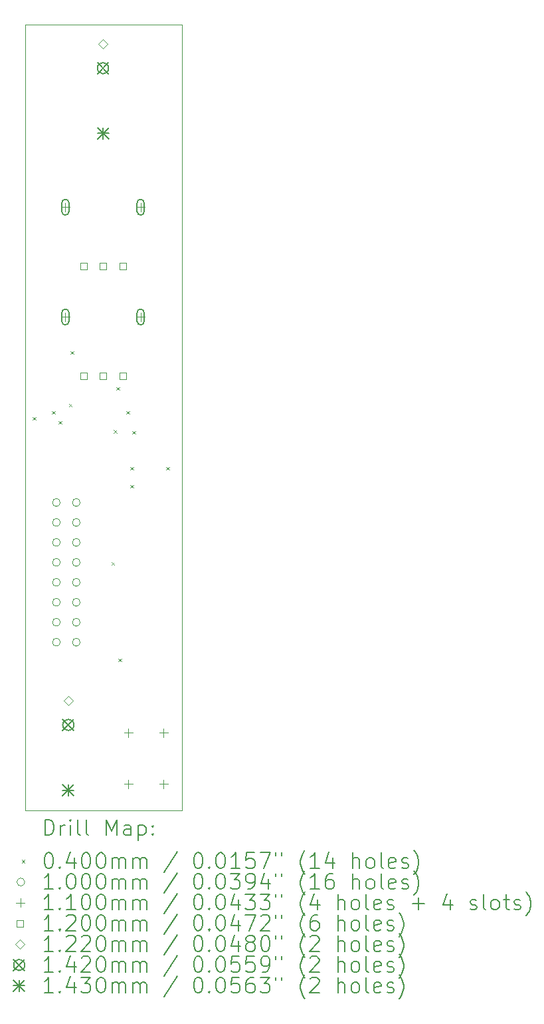
<source format=gbr>
%FSLAX45Y45*%
G04 Gerber Fmt 4.5, Leading zero omitted, Abs format (unit mm)*
G04 Created by KiCad (PCBNEW (6.0.0-0)) date 2022-12-13 23:32:24*
%MOMM*%
%LPD*%
G01*
G04 APERTURE LIST*
%TA.AperFunction,Profile*%
%ADD10C,0.100000*%
%TD*%
%ADD11C,0.200000*%
%ADD12C,0.040000*%
%ADD13C,0.100000*%
%ADD14C,0.110000*%
%ADD15C,0.120000*%
%ADD16C,0.122000*%
%ADD17C,0.142000*%
%ADD18C,0.143000*%
G04 APERTURE END LIST*
D10*
X4809200Y-14741200D02*
X6809200Y-14741200D01*
X6809200Y-4741200D02*
X4809200Y-4741200D01*
X6809200Y-12591200D02*
X6809200Y-6141200D01*
X6809200Y-12591200D02*
X6809200Y-14741200D01*
X6809200Y-6141200D02*
X6809200Y-4741200D01*
X4809200Y-4741200D02*
X4809200Y-14741200D01*
D11*
D12*
X4907600Y-9733600D02*
X4947600Y-9773600D01*
X4947600Y-9733600D02*
X4907600Y-9773600D01*
X5148000Y-9656000D02*
X5188000Y-9696000D01*
X5188000Y-9656000D02*
X5148000Y-9696000D01*
X5237800Y-9784400D02*
X5277800Y-9824400D01*
X5277800Y-9784400D02*
X5237800Y-9824400D01*
X5367000Y-9564000D02*
X5407000Y-9604000D01*
X5407000Y-9564000D02*
X5367000Y-9604000D01*
X5390200Y-8895400D02*
X5430200Y-8935400D01*
X5430200Y-8895400D02*
X5390200Y-8935400D01*
X5908000Y-11579000D02*
X5948000Y-11619000D01*
X5948000Y-11579000D02*
X5908000Y-11619000D01*
X5935870Y-9899130D02*
X5975870Y-9939130D01*
X5975870Y-9899130D02*
X5935870Y-9939130D01*
X5974400Y-9352600D02*
X6014400Y-9392600D01*
X6014400Y-9352600D02*
X5974400Y-9392600D01*
X5999800Y-12807000D02*
X6039800Y-12847000D01*
X6039800Y-12807000D02*
X5999800Y-12847000D01*
X6101400Y-9657400D02*
X6141400Y-9697400D01*
X6141400Y-9657400D02*
X6101400Y-9697400D01*
X6152200Y-10368600D02*
X6192200Y-10408600D01*
X6192200Y-10368600D02*
X6152200Y-10408600D01*
X6152200Y-10597200D02*
X6192200Y-10637200D01*
X6192200Y-10597200D02*
X6152200Y-10637200D01*
X6177600Y-9911400D02*
X6217600Y-9951400D01*
X6217600Y-9911400D02*
X6177600Y-9951400D01*
X6609400Y-10368600D02*
X6649400Y-10408600D01*
X6649400Y-10368600D02*
X6609400Y-10408600D01*
D13*
X5257000Y-10821600D02*
G75*
G03*
X5257000Y-10821600I-50000J0D01*
G01*
X5257000Y-11074400D02*
G75*
G03*
X5257000Y-11074400I-50000J0D01*
G01*
X5257000Y-11328400D02*
G75*
G03*
X5257000Y-11328400I-50000J0D01*
G01*
X5257000Y-11582400D02*
G75*
G03*
X5257000Y-11582400I-50000J0D01*
G01*
X5257000Y-11836400D02*
G75*
G03*
X5257000Y-11836400I-50000J0D01*
G01*
X5257000Y-12090400D02*
G75*
G03*
X5257000Y-12090400I-50000J0D01*
G01*
X5257000Y-12344400D02*
G75*
G03*
X5257000Y-12344400I-50000J0D01*
G01*
X5257000Y-12598400D02*
G75*
G03*
X5257000Y-12598400I-50000J0D01*
G01*
X5511000Y-10821600D02*
G75*
G03*
X5511000Y-10821600I-50000J0D01*
G01*
X5511000Y-11075600D02*
G75*
G03*
X5511000Y-11075600I-50000J0D01*
G01*
X5511000Y-11329600D02*
G75*
G03*
X5511000Y-11329600I-50000J0D01*
G01*
X5511000Y-11583600D02*
G75*
G03*
X5511000Y-11583600I-50000J0D01*
G01*
X5511000Y-11837600D02*
G75*
G03*
X5511000Y-11837600I-50000J0D01*
G01*
X5511000Y-12091600D02*
G75*
G03*
X5511000Y-12091600I-50000J0D01*
G01*
X5511000Y-12345600D02*
G75*
G03*
X5511000Y-12345600I-50000J0D01*
G01*
X5511000Y-12599600D02*
G75*
G03*
X5511000Y-12599600I-50000J0D01*
G01*
D14*
X5321700Y-7008700D02*
X5321700Y-7118700D01*
X5266700Y-7063700D02*
X5376700Y-7063700D01*
D11*
X5366700Y-7118700D02*
X5366700Y-7008700D01*
X5276700Y-7118700D02*
X5276700Y-7008700D01*
X5366700Y-7008700D02*
G75*
G03*
X5276700Y-7008700I-45000J0D01*
G01*
X5276700Y-7118700D02*
G75*
G03*
X5366700Y-7118700I45000J0D01*
G01*
D14*
X5321700Y-8405700D02*
X5321700Y-8515700D01*
X5266700Y-8460700D02*
X5376700Y-8460700D01*
D11*
X5366700Y-8515700D02*
X5366700Y-8405700D01*
X5276700Y-8515700D02*
X5276700Y-8405700D01*
X5366700Y-8405700D02*
G75*
G03*
X5276700Y-8405700I-45000J0D01*
G01*
X5276700Y-8515700D02*
G75*
G03*
X5366700Y-8515700I45000J0D01*
G01*
D14*
X6125000Y-13696800D02*
X6125000Y-13806800D01*
X6070000Y-13751800D02*
X6180000Y-13751800D01*
X6125000Y-14346800D02*
X6125000Y-14456800D01*
X6070000Y-14401800D02*
X6180000Y-14401800D01*
X6281700Y-7008700D02*
X6281700Y-7118700D01*
X6226700Y-7063700D02*
X6336700Y-7063700D01*
D11*
X6236700Y-7008700D02*
X6236700Y-7118700D01*
X6326700Y-7008700D02*
X6326700Y-7118700D01*
X6236700Y-7118700D02*
G75*
G03*
X6326700Y-7118700I45000J0D01*
G01*
X6326700Y-7008700D02*
G75*
G03*
X6236700Y-7008700I-45000J0D01*
G01*
D14*
X6281700Y-8405700D02*
X6281700Y-8515700D01*
X6226700Y-8460700D02*
X6336700Y-8460700D01*
D11*
X6236700Y-8405700D02*
X6236700Y-8515700D01*
X6326700Y-8405700D02*
X6326700Y-8515700D01*
X6236700Y-8515700D02*
G75*
G03*
X6326700Y-8515700I45000J0D01*
G01*
X6326700Y-8405700D02*
G75*
G03*
X6236700Y-8405700I-45000J0D01*
G01*
D14*
X6575000Y-13696800D02*
X6575000Y-13806800D01*
X6520000Y-13751800D02*
X6630000Y-13751800D01*
X6575000Y-14346800D02*
X6575000Y-14456800D01*
X6520000Y-14401800D02*
X6630000Y-14401800D01*
D15*
X5594127Y-7856127D02*
X5594127Y-7771273D01*
X5509273Y-7771273D01*
X5509273Y-7856127D01*
X5594127Y-7856127D01*
X5594127Y-9253127D02*
X5594127Y-9168273D01*
X5509273Y-9168273D01*
X5509273Y-9253127D01*
X5594127Y-9253127D01*
X5844127Y-7856127D02*
X5844127Y-7771273D01*
X5759273Y-7771273D01*
X5759273Y-7856127D01*
X5844127Y-7856127D01*
X5844127Y-9253127D02*
X5844127Y-9168273D01*
X5759273Y-9168273D01*
X5759273Y-9253127D01*
X5844127Y-9253127D01*
X6094127Y-7856127D02*
X6094127Y-7771273D01*
X6009273Y-7771273D01*
X6009273Y-7856127D01*
X6094127Y-7856127D01*
X6094127Y-9253127D02*
X6094127Y-9168273D01*
X6009273Y-9168273D01*
X6009273Y-9253127D01*
X6094127Y-9253127D01*
D16*
X5359400Y-13402200D02*
X5420400Y-13341200D01*
X5359400Y-13280200D01*
X5298400Y-13341200D01*
X5359400Y-13402200D01*
X5801700Y-5044800D02*
X5862700Y-4983800D01*
X5801700Y-4922800D01*
X5740700Y-4983800D01*
X5801700Y-5044800D01*
D17*
X5288400Y-13580200D02*
X5430400Y-13722200D01*
X5430400Y-13580200D02*
X5288400Y-13722200D01*
X5430400Y-13651200D02*
G75*
G03*
X5430400Y-13651200I-71000J0D01*
G01*
X5730700Y-5222800D02*
X5872700Y-5364800D01*
X5872700Y-5222800D02*
X5730700Y-5364800D01*
X5872700Y-5293800D02*
G75*
G03*
X5872700Y-5293800I-71000J0D01*
G01*
D18*
X5287900Y-14409700D02*
X5430900Y-14552700D01*
X5430900Y-14409700D02*
X5287900Y-14552700D01*
X5359400Y-14409700D02*
X5359400Y-14552700D01*
X5287900Y-14481200D02*
X5430900Y-14481200D01*
X5730200Y-6052300D02*
X5873200Y-6195300D01*
X5873200Y-6052300D02*
X5730200Y-6195300D01*
X5801700Y-6052300D02*
X5801700Y-6195300D01*
X5730200Y-6123800D02*
X5873200Y-6123800D01*
D11*
X5061819Y-15056676D02*
X5061819Y-14856676D01*
X5109438Y-14856676D01*
X5138010Y-14866200D01*
X5157057Y-14885248D01*
X5166581Y-14904295D01*
X5176105Y-14942390D01*
X5176105Y-14970962D01*
X5166581Y-15009057D01*
X5157057Y-15028105D01*
X5138010Y-15047152D01*
X5109438Y-15056676D01*
X5061819Y-15056676D01*
X5261819Y-15056676D02*
X5261819Y-14923343D01*
X5261819Y-14961438D02*
X5271343Y-14942390D01*
X5280867Y-14932867D01*
X5299914Y-14923343D01*
X5318962Y-14923343D01*
X5385629Y-15056676D02*
X5385629Y-14923343D01*
X5385629Y-14856676D02*
X5376105Y-14866200D01*
X5385629Y-14875724D01*
X5395152Y-14866200D01*
X5385629Y-14856676D01*
X5385629Y-14875724D01*
X5509438Y-15056676D02*
X5490390Y-15047152D01*
X5480867Y-15028105D01*
X5480867Y-14856676D01*
X5614200Y-15056676D02*
X5595152Y-15047152D01*
X5585629Y-15028105D01*
X5585629Y-14856676D01*
X5842771Y-15056676D02*
X5842771Y-14856676D01*
X5909438Y-14999533D01*
X5976105Y-14856676D01*
X5976105Y-15056676D01*
X6157057Y-15056676D02*
X6157057Y-14951914D01*
X6147533Y-14932867D01*
X6128486Y-14923343D01*
X6090390Y-14923343D01*
X6071343Y-14932867D01*
X6157057Y-15047152D02*
X6138009Y-15056676D01*
X6090390Y-15056676D01*
X6071343Y-15047152D01*
X6061819Y-15028105D01*
X6061819Y-15009057D01*
X6071343Y-14990009D01*
X6090390Y-14980486D01*
X6138009Y-14980486D01*
X6157057Y-14970962D01*
X6252295Y-14923343D02*
X6252295Y-15123343D01*
X6252295Y-14932867D02*
X6271343Y-14923343D01*
X6309438Y-14923343D01*
X6328486Y-14932867D01*
X6338009Y-14942390D01*
X6347533Y-14961438D01*
X6347533Y-15018581D01*
X6338009Y-15037628D01*
X6328486Y-15047152D01*
X6309438Y-15056676D01*
X6271343Y-15056676D01*
X6252295Y-15047152D01*
X6433248Y-15037628D02*
X6442771Y-15047152D01*
X6433248Y-15056676D01*
X6423724Y-15047152D01*
X6433248Y-15037628D01*
X6433248Y-15056676D01*
X6433248Y-14932867D02*
X6442771Y-14942390D01*
X6433248Y-14951914D01*
X6423724Y-14942390D01*
X6433248Y-14932867D01*
X6433248Y-14951914D01*
D12*
X4764200Y-15366200D02*
X4804200Y-15406200D01*
X4804200Y-15366200D02*
X4764200Y-15406200D01*
D11*
X5099914Y-15276676D02*
X5118962Y-15276676D01*
X5138010Y-15286200D01*
X5147533Y-15295724D01*
X5157057Y-15314771D01*
X5166581Y-15352867D01*
X5166581Y-15400486D01*
X5157057Y-15438581D01*
X5147533Y-15457628D01*
X5138010Y-15467152D01*
X5118962Y-15476676D01*
X5099914Y-15476676D01*
X5080867Y-15467152D01*
X5071343Y-15457628D01*
X5061819Y-15438581D01*
X5052295Y-15400486D01*
X5052295Y-15352867D01*
X5061819Y-15314771D01*
X5071343Y-15295724D01*
X5080867Y-15286200D01*
X5099914Y-15276676D01*
X5252295Y-15457628D02*
X5261819Y-15467152D01*
X5252295Y-15476676D01*
X5242771Y-15467152D01*
X5252295Y-15457628D01*
X5252295Y-15476676D01*
X5433248Y-15343343D02*
X5433248Y-15476676D01*
X5385629Y-15267152D02*
X5338010Y-15410009D01*
X5461819Y-15410009D01*
X5576105Y-15276676D02*
X5595152Y-15276676D01*
X5614200Y-15286200D01*
X5623724Y-15295724D01*
X5633248Y-15314771D01*
X5642771Y-15352867D01*
X5642771Y-15400486D01*
X5633248Y-15438581D01*
X5623724Y-15457628D01*
X5614200Y-15467152D01*
X5595152Y-15476676D01*
X5576105Y-15476676D01*
X5557057Y-15467152D01*
X5547533Y-15457628D01*
X5538010Y-15438581D01*
X5528486Y-15400486D01*
X5528486Y-15352867D01*
X5538010Y-15314771D01*
X5547533Y-15295724D01*
X5557057Y-15286200D01*
X5576105Y-15276676D01*
X5766581Y-15276676D02*
X5785628Y-15276676D01*
X5804676Y-15286200D01*
X5814200Y-15295724D01*
X5823724Y-15314771D01*
X5833248Y-15352867D01*
X5833248Y-15400486D01*
X5823724Y-15438581D01*
X5814200Y-15457628D01*
X5804676Y-15467152D01*
X5785628Y-15476676D01*
X5766581Y-15476676D01*
X5747533Y-15467152D01*
X5738009Y-15457628D01*
X5728486Y-15438581D01*
X5718962Y-15400486D01*
X5718962Y-15352867D01*
X5728486Y-15314771D01*
X5738009Y-15295724D01*
X5747533Y-15286200D01*
X5766581Y-15276676D01*
X5918962Y-15476676D02*
X5918962Y-15343343D01*
X5918962Y-15362390D02*
X5928486Y-15352867D01*
X5947533Y-15343343D01*
X5976105Y-15343343D01*
X5995152Y-15352867D01*
X6004676Y-15371914D01*
X6004676Y-15476676D01*
X6004676Y-15371914D02*
X6014200Y-15352867D01*
X6033248Y-15343343D01*
X6061819Y-15343343D01*
X6080867Y-15352867D01*
X6090390Y-15371914D01*
X6090390Y-15476676D01*
X6185628Y-15476676D02*
X6185628Y-15343343D01*
X6185628Y-15362390D02*
X6195152Y-15352867D01*
X6214200Y-15343343D01*
X6242771Y-15343343D01*
X6261819Y-15352867D01*
X6271343Y-15371914D01*
X6271343Y-15476676D01*
X6271343Y-15371914D02*
X6280867Y-15352867D01*
X6299914Y-15343343D01*
X6328486Y-15343343D01*
X6347533Y-15352867D01*
X6357057Y-15371914D01*
X6357057Y-15476676D01*
X6747533Y-15267152D02*
X6576105Y-15524295D01*
X7004676Y-15276676D02*
X7023724Y-15276676D01*
X7042771Y-15286200D01*
X7052295Y-15295724D01*
X7061819Y-15314771D01*
X7071343Y-15352867D01*
X7071343Y-15400486D01*
X7061819Y-15438581D01*
X7052295Y-15457628D01*
X7042771Y-15467152D01*
X7023724Y-15476676D01*
X7004676Y-15476676D01*
X6985628Y-15467152D01*
X6976105Y-15457628D01*
X6966581Y-15438581D01*
X6957057Y-15400486D01*
X6957057Y-15352867D01*
X6966581Y-15314771D01*
X6976105Y-15295724D01*
X6985628Y-15286200D01*
X7004676Y-15276676D01*
X7157057Y-15457628D02*
X7166581Y-15467152D01*
X7157057Y-15476676D01*
X7147533Y-15467152D01*
X7157057Y-15457628D01*
X7157057Y-15476676D01*
X7290390Y-15276676D02*
X7309438Y-15276676D01*
X7328486Y-15286200D01*
X7338009Y-15295724D01*
X7347533Y-15314771D01*
X7357057Y-15352867D01*
X7357057Y-15400486D01*
X7347533Y-15438581D01*
X7338009Y-15457628D01*
X7328486Y-15467152D01*
X7309438Y-15476676D01*
X7290390Y-15476676D01*
X7271343Y-15467152D01*
X7261819Y-15457628D01*
X7252295Y-15438581D01*
X7242771Y-15400486D01*
X7242771Y-15352867D01*
X7252295Y-15314771D01*
X7261819Y-15295724D01*
X7271343Y-15286200D01*
X7290390Y-15276676D01*
X7547533Y-15476676D02*
X7433248Y-15476676D01*
X7490390Y-15476676D02*
X7490390Y-15276676D01*
X7471343Y-15305248D01*
X7452295Y-15324295D01*
X7433248Y-15333819D01*
X7728486Y-15276676D02*
X7633248Y-15276676D01*
X7623724Y-15371914D01*
X7633248Y-15362390D01*
X7652295Y-15352867D01*
X7699914Y-15352867D01*
X7718962Y-15362390D01*
X7728486Y-15371914D01*
X7738009Y-15390962D01*
X7738009Y-15438581D01*
X7728486Y-15457628D01*
X7718962Y-15467152D01*
X7699914Y-15476676D01*
X7652295Y-15476676D01*
X7633248Y-15467152D01*
X7623724Y-15457628D01*
X7804676Y-15276676D02*
X7938009Y-15276676D01*
X7852295Y-15476676D01*
X8004676Y-15276676D02*
X8004676Y-15314771D01*
X8080867Y-15276676D02*
X8080867Y-15314771D01*
X8376105Y-15552867D02*
X8366581Y-15543343D01*
X8347533Y-15514771D01*
X8338009Y-15495724D01*
X8328486Y-15467152D01*
X8318962Y-15419533D01*
X8318962Y-15381438D01*
X8328486Y-15333819D01*
X8338009Y-15305248D01*
X8347533Y-15286200D01*
X8366581Y-15257628D01*
X8376105Y-15248105D01*
X8557057Y-15476676D02*
X8442771Y-15476676D01*
X8499914Y-15476676D02*
X8499914Y-15276676D01*
X8480867Y-15305248D01*
X8461819Y-15324295D01*
X8442771Y-15333819D01*
X8728486Y-15343343D02*
X8728486Y-15476676D01*
X8680867Y-15267152D02*
X8633248Y-15410009D01*
X8757057Y-15410009D01*
X8985629Y-15476676D02*
X8985629Y-15276676D01*
X9071343Y-15476676D02*
X9071343Y-15371914D01*
X9061819Y-15352867D01*
X9042771Y-15343343D01*
X9014200Y-15343343D01*
X8995152Y-15352867D01*
X8985629Y-15362390D01*
X9195152Y-15476676D02*
X9176105Y-15467152D01*
X9166581Y-15457628D01*
X9157057Y-15438581D01*
X9157057Y-15381438D01*
X9166581Y-15362390D01*
X9176105Y-15352867D01*
X9195152Y-15343343D01*
X9223724Y-15343343D01*
X9242771Y-15352867D01*
X9252295Y-15362390D01*
X9261819Y-15381438D01*
X9261819Y-15438581D01*
X9252295Y-15457628D01*
X9242771Y-15467152D01*
X9223724Y-15476676D01*
X9195152Y-15476676D01*
X9376105Y-15476676D02*
X9357057Y-15467152D01*
X9347533Y-15448105D01*
X9347533Y-15276676D01*
X9528486Y-15467152D02*
X9509438Y-15476676D01*
X9471343Y-15476676D01*
X9452295Y-15467152D01*
X9442771Y-15448105D01*
X9442771Y-15371914D01*
X9452295Y-15352867D01*
X9471343Y-15343343D01*
X9509438Y-15343343D01*
X9528486Y-15352867D01*
X9538010Y-15371914D01*
X9538010Y-15390962D01*
X9442771Y-15410009D01*
X9614200Y-15467152D02*
X9633248Y-15476676D01*
X9671343Y-15476676D01*
X9690390Y-15467152D01*
X9699914Y-15448105D01*
X9699914Y-15438581D01*
X9690390Y-15419533D01*
X9671343Y-15410009D01*
X9642771Y-15410009D01*
X9623724Y-15400486D01*
X9614200Y-15381438D01*
X9614200Y-15371914D01*
X9623724Y-15352867D01*
X9642771Y-15343343D01*
X9671343Y-15343343D01*
X9690390Y-15352867D01*
X9766581Y-15552867D02*
X9776105Y-15543343D01*
X9795152Y-15514771D01*
X9804676Y-15495724D01*
X9814200Y-15467152D01*
X9823724Y-15419533D01*
X9823724Y-15381438D01*
X9814200Y-15333819D01*
X9804676Y-15305248D01*
X9795152Y-15286200D01*
X9776105Y-15257628D01*
X9766581Y-15248105D01*
D13*
X4804200Y-15650200D02*
G75*
G03*
X4804200Y-15650200I-50000J0D01*
G01*
D11*
X5166581Y-15740676D02*
X5052295Y-15740676D01*
X5109438Y-15740676D02*
X5109438Y-15540676D01*
X5090390Y-15569248D01*
X5071343Y-15588295D01*
X5052295Y-15597819D01*
X5252295Y-15721628D02*
X5261819Y-15731152D01*
X5252295Y-15740676D01*
X5242771Y-15731152D01*
X5252295Y-15721628D01*
X5252295Y-15740676D01*
X5385629Y-15540676D02*
X5404676Y-15540676D01*
X5423724Y-15550200D01*
X5433248Y-15559724D01*
X5442771Y-15578771D01*
X5452295Y-15616867D01*
X5452295Y-15664486D01*
X5442771Y-15702581D01*
X5433248Y-15721628D01*
X5423724Y-15731152D01*
X5404676Y-15740676D01*
X5385629Y-15740676D01*
X5366581Y-15731152D01*
X5357057Y-15721628D01*
X5347533Y-15702581D01*
X5338010Y-15664486D01*
X5338010Y-15616867D01*
X5347533Y-15578771D01*
X5357057Y-15559724D01*
X5366581Y-15550200D01*
X5385629Y-15540676D01*
X5576105Y-15540676D02*
X5595152Y-15540676D01*
X5614200Y-15550200D01*
X5623724Y-15559724D01*
X5633248Y-15578771D01*
X5642771Y-15616867D01*
X5642771Y-15664486D01*
X5633248Y-15702581D01*
X5623724Y-15721628D01*
X5614200Y-15731152D01*
X5595152Y-15740676D01*
X5576105Y-15740676D01*
X5557057Y-15731152D01*
X5547533Y-15721628D01*
X5538010Y-15702581D01*
X5528486Y-15664486D01*
X5528486Y-15616867D01*
X5538010Y-15578771D01*
X5547533Y-15559724D01*
X5557057Y-15550200D01*
X5576105Y-15540676D01*
X5766581Y-15540676D02*
X5785628Y-15540676D01*
X5804676Y-15550200D01*
X5814200Y-15559724D01*
X5823724Y-15578771D01*
X5833248Y-15616867D01*
X5833248Y-15664486D01*
X5823724Y-15702581D01*
X5814200Y-15721628D01*
X5804676Y-15731152D01*
X5785628Y-15740676D01*
X5766581Y-15740676D01*
X5747533Y-15731152D01*
X5738009Y-15721628D01*
X5728486Y-15702581D01*
X5718962Y-15664486D01*
X5718962Y-15616867D01*
X5728486Y-15578771D01*
X5738009Y-15559724D01*
X5747533Y-15550200D01*
X5766581Y-15540676D01*
X5918962Y-15740676D02*
X5918962Y-15607343D01*
X5918962Y-15626390D02*
X5928486Y-15616867D01*
X5947533Y-15607343D01*
X5976105Y-15607343D01*
X5995152Y-15616867D01*
X6004676Y-15635914D01*
X6004676Y-15740676D01*
X6004676Y-15635914D02*
X6014200Y-15616867D01*
X6033248Y-15607343D01*
X6061819Y-15607343D01*
X6080867Y-15616867D01*
X6090390Y-15635914D01*
X6090390Y-15740676D01*
X6185628Y-15740676D02*
X6185628Y-15607343D01*
X6185628Y-15626390D02*
X6195152Y-15616867D01*
X6214200Y-15607343D01*
X6242771Y-15607343D01*
X6261819Y-15616867D01*
X6271343Y-15635914D01*
X6271343Y-15740676D01*
X6271343Y-15635914D02*
X6280867Y-15616867D01*
X6299914Y-15607343D01*
X6328486Y-15607343D01*
X6347533Y-15616867D01*
X6357057Y-15635914D01*
X6357057Y-15740676D01*
X6747533Y-15531152D02*
X6576105Y-15788295D01*
X7004676Y-15540676D02*
X7023724Y-15540676D01*
X7042771Y-15550200D01*
X7052295Y-15559724D01*
X7061819Y-15578771D01*
X7071343Y-15616867D01*
X7071343Y-15664486D01*
X7061819Y-15702581D01*
X7052295Y-15721628D01*
X7042771Y-15731152D01*
X7023724Y-15740676D01*
X7004676Y-15740676D01*
X6985628Y-15731152D01*
X6976105Y-15721628D01*
X6966581Y-15702581D01*
X6957057Y-15664486D01*
X6957057Y-15616867D01*
X6966581Y-15578771D01*
X6976105Y-15559724D01*
X6985628Y-15550200D01*
X7004676Y-15540676D01*
X7157057Y-15721628D02*
X7166581Y-15731152D01*
X7157057Y-15740676D01*
X7147533Y-15731152D01*
X7157057Y-15721628D01*
X7157057Y-15740676D01*
X7290390Y-15540676D02*
X7309438Y-15540676D01*
X7328486Y-15550200D01*
X7338009Y-15559724D01*
X7347533Y-15578771D01*
X7357057Y-15616867D01*
X7357057Y-15664486D01*
X7347533Y-15702581D01*
X7338009Y-15721628D01*
X7328486Y-15731152D01*
X7309438Y-15740676D01*
X7290390Y-15740676D01*
X7271343Y-15731152D01*
X7261819Y-15721628D01*
X7252295Y-15702581D01*
X7242771Y-15664486D01*
X7242771Y-15616867D01*
X7252295Y-15578771D01*
X7261819Y-15559724D01*
X7271343Y-15550200D01*
X7290390Y-15540676D01*
X7423724Y-15540676D02*
X7547533Y-15540676D01*
X7480867Y-15616867D01*
X7509438Y-15616867D01*
X7528486Y-15626390D01*
X7538009Y-15635914D01*
X7547533Y-15654962D01*
X7547533Y-15702581D01*
X7538009Y-15721628D01*
X7528486Y-15731152D01*
X7509438Y-15740676D01*
X7452295Y-15740676D01*
X7433248Y-15731152D01*
X7423724Y-15721628D01*
X7642771Y-15740676D02*
X7680867Y-15740676D01*
X7699914Y-15731152D01*
X7709438Y-15721628D01*
X7728486Y-15693057D01*
X7738009Y-15654962D01*
X7738009Y-15578771D01*
X7728486Y-15559724D01*
X7718962Y-15550200D01*
X7699914Y-15540676D01*
X7661819Y-15540676D01*
X7642771Y-15550200D01*
X7633248Y-15559724D01*
X7623724Y-15578771D01*
X7623724Y-15626390D01*
X7633248Y-15645438D01*
X7642771Y-15654962D01*
X7661819Y-15664486D01*
X7699914Y-15664486D01*
X7718962Y-15654962D01*
X7728486Y-15645438D01*
X7738009Y-15626390D01*
X7909438Y-15607343D02*
X7909438Y-15740676D01*
X7861819Y-15531152D02*
X7814200Y-15674009D01*
X7938009Y-15674009D01*
X8004676Y-15540676D02*
X8004676Y-15578771D01*
X8080867Y-15540676D02*
X8080867Y-15578771D01*
X8376105Y-15816867D02*
X8366581Y-15807343D01*
X8347533Y-15778771D01*
X8338009Y-15759724D01*
X8328486Y-15731152D01*
X8318962Y-15683533D01*
X8318962Y-15645438D01*
X8328486Y-15597819D01*
X8338009Y-15569248D01*
X8347533Y-15550200D01*
X8366581Y-15521628D01*
X8376105Y-15512105D01*
X8557057Y-15740676D02*
X8442771Y-15740676D01*
X8499914Y-15740676D02*
X8499914Y-15540676D01*
X8480867Y-15569248D01*
X8461819Y-15588295D01*
X8442771Y-15597819D01*
X8728486Y-15540676D02*
X8690390Y-15540676D01*
X8671343Y-15550200D01*
X8661819Y-15559724D01*
X8642771Y-15588295D01*
X8633248Y-15626390D01*
X8633248Y-15702581D01*
X8642771Y-15721628D01*
X8652295Y-15731152D01*
X8671343Y-15740676D01*
X8709438Y-15740676D01*
X8728486Y-15731152D01*
X8738010Y-15721628D01*
X8747533Y-15702581D01*
X8747533Y-15654962D01*
X8738010Y-15635914D01*
X8728486Y-15626390D01*
X8709438Y-15616867D01*
X8671343Y-15616867D01*
X8652295Y-15626390D01*
X8642771Y-15635914D01*
X8633248Y-15654962D01*
X8985629Y-15740676D02*
X8985629Y-15540676D01*
X9071343Y-15740676D02*
X9071343Y-15635914D01*
X9061819Y-15616867D01*
X9042771Y-15607343D01*
X9014200Y-15607343D01*
X8995152Y-15616867D01*
X8985629Y-15626390D01*
X9195152Y-15740676D02*
X9176105Y-15731152D01*
X9166581Y-15721628D01*
X9157057Y-15702581D01*
X9157057Y-15645438D01*
X9166581Y-15626390D01*
X9176105Y-15616867D01*
X9195152Y-15607343D01*
X9223724Y-15607343D01*
X9242771Y-15616867D01*
X9252295Y-15626390D01*
X9261819Y-15645438D01*
X9261819Y-15702581D01*
X9252295Y-15721628D01*
X9242771Y-15731152D01*
X9223724Y-15740676D01*
X9195152Y-15740676D01*
X9376105Y-15740676D02*
X9357057Y-15731152D01*
X9347533Y-15712105D01*
X9347533Y-15540676D01*
X9528486Y-15731152D02*
X9509438Y-15740676D01*
X9471343Y-15740676D01*
X9452295Y-15731152D01*
X9442771Y-15712105D01*
X9442771Y-15635914D01*
X9452295Y-15616867D01*
X9471343Y-15607343D01*
X9509438Y-15607343D01*
X9528486Y-15616867D01*
X9538010Y-15635914D01*
X9538010Y-15654962D01*
X9442771Y-15674009D01*
X9614200Y-15731152D02*
X9633248Y-15740676D01*
X9671343Y-15740676D01*
X9690390Y-15731152D01*
X9699914Y-15712105D01*
X9699914Y-15702581D01*
X9690390Y-15683533D01*
X9671343Y-15674009D01*
X9642771Y-15674009D01*
X9623724Y-15664486D01*
X9614200Y-15645438D01*
X9614200Y-15635914D01*
X9623724Y-15616867D01*
X9642771Y-15607343D01*
X9671343Y-15607343D01*
X9690390Y-15616867D01*
X9766581Y-15816867D02*
X9776105Y-15807343D01*
X9795152Y-15778771D01*
X9804676Y-15759724D01*
X9814200Y-15731152D01*
X9823724Y-15683533D01*
X9823724Y-15645438D01*
X9814200Y-15597819D01*
X9804676Y-15569248D01*
X9795152Y-15550200D01*
X9776105Y-15521628D01*
X9766581Y-15512105D01*
D14*
X4749200Y-15859200D02*
X4749200Y-15969200D01*
X4694200Y-15914200D02*
X4804200Y-15914200D01*
D11*
X5166581Y-16004676D02*
X5052295Y-16004676D01*
X5109438Y-16004676D02*
X5109438Y-15804676D01*
X5090390Y-15833248D01*
X5071343Y-15852295D01*
X5052295Y-15861819D01*
X5252295Y-15985628D02*
X5261819Y-15995152D01*
X5252295Y-16004676D01*
X5242771Y-15995152D01*
X5252295Y-15985628D01*
X5252295Y-16004676D01*
X5452295Y-16004676D02*
X5338010Y-16004676D01*
X5395152Y-16004676D02*
X5395152Y-15804676D01*
X5376105Y-15833248D01*
X5357057Y-15852295D01*
X5338010Y-15861819D01*
X5576105Y-15804676D02*
X5595152Y-15804676D01*
X5614200Y-15814200D01*
X5623724Y-15823724D01*
X5633248Y-15842771D01*
X5642771Y-15880867D01*
X5642771Y-15928486D01*
X5633248Y-15966581D01*
X5623724Y-15985628D01*
X5614200Y-15995152D01*
X5595152Y-16004676D01*
X5576105Y-16004676D01*
X5557057Y-15995152D01*
X5547533Y-15985628D01*
X5538010Y-15966581D01*
X5528486Y-15928486D01*
X5528486Y-15880867D01*
X5538010Y-15842771D01*
X5547533Y-15823724D01*
X5557057Y-15814200D01*
X5576105Y-15804676D01*
X5766581Y-15804676D02*
X5785628Y-15804676D01*
X5804676Y-15814200D01*
X5814200Y-15823724D01*
X5823724Y-15842771D01*
X5833248Y-15880867D01*
X5833248Y-15928486D01*
X5823724Y-15966581D01*
X5814200Y-15985628D01*
X5804676Y-15995152D01*
X5785628Y-16004676D01*
X5766581Y-16004676D01*
X5747533Y-15995152D01*
X5738009Y-15985628D01*
X5728486Y-15966581D01*
X5718962Y-15928486D01*
X5718962Y-15880867D01*
X5728486Y-15842771D01*
X5738009Y-15823724D01*
X5747533Y-15814200D01*
X5766581Y-15804676D01*
X5918962Y-16004676D02*
X5918962Y-15871343D01*
X5918962Y-15890390D02*
X5928486Y-15880867D01*
X5947533Y-15871343D01*
X5976105Y-15871343D01*
X5995152Y-15880867D01*
X6004676Y-15899914D01*
X6004676Y-16004676D01*
X6004676Y-15899914D02*
X6014200Y-15880867D01*
X6033248Y-15871343D01*
X6061819Y-15871343D01*
X6080867Y-15880867D01*
X6090390Y-15899914D01*
X6090390Y-16004676D01*
X6185628Y-16004676D02*
X6185628Y-15871343D01*
X6185628Y-15890390D02*
X6195152Y-15880867D01*
X6214200Y-15871343D01*
X6242771Y-15871343D01*
X6261819Y-15880867D01*
X6271343Y-15899914D01*
X6271343Y-16004676D01*
X6271343Y-15899914D02*
X6280867Y-15880867D01*
X6299914Y-15871343D01*
X6328486Y-15871343D01*
X6347533Y-15880867D01*
X6357057Y-15899914D01*
X6357057Y-16004676D01*
X6747533Y-15795152D02*
X6576105Y-16052295D01*
X7004676Y-15804676D02*
X7023724Y-15804676D01*
X7042771Y-15814200D01*
X7052295Y-15823724D01*
X7061819Y-15842771D01*
X7071343Y-15880867D01*
X7071343Y-15928486D01*
X7061819Y-15966581D01*
X7052295Y-15985628D01*
X7042771Y-15995152D01*
X7023724Y-16004676D01*
X7004676Y-16004676D01*
X6985628Y-15995152D01*
X6976105Y-15985628D01*
X6966581Y-15966581D01*
X6957057Y-15928486D01*
X6957057Y-15880867D01*
X6966581Y-15842771D01*
X6976105Y-15823724D01*
X6985628Y-15814200D01*
X7004676Y-15804676D01*
X7157057Y-15985628D02*
X7166581Y-15995152D01*
X7157057Y-16004676D01*
X7147533Y-15995152D01*
X7157057Y-15985628D01*
X7157057Y-16004676D01*
X7290390Y-15804676D02*
X7309438Y-15804676D01*
X7328486Y-15814200D01*
X7338009Y-15823724D01*
X7347533Y-15842771D01*
X7357057Y-15880867D01*
X7357057Y-15928486D01*
X7347533Y-15966581D01*
X7338009Y-15985628D01*
X7328486Y-15995152D01*
X7309438Y-16004676D01*
X7290390Y-16004676D01*
X7271343Y-15995152D01*
X7261819Y-15985628D01*
X7252295Y-15966581D01*
X7242771Y-15928486D01*
X7242771Y-15880867D01*
X7252295Y-15842771D01*
X7261819Y-15823724D01*
X7271343Y-15814200D01*
X7290390Y-15804676D01*
X7528486Y-15871343D02*
X7528486Y-16004676D01*
X7480867Y-15795152D02*
X7433248Y-15938009D01*
X7557057Y-15938009D01*
X7614200Y-15804676D02*
X7738009Y-15804676D01*
X7671343Y-15880867D01*
X7699914Y-15880867D01*
X7718962Y-15890390D01*
X7728486Y-15899914D01*
X7738009Y-15918962D01*
X7738009Y-15966581D01*
X7728486Y-15985628D01*
X7718962Y-15995152D01*
X7699914Y-16004676D01*
X7642771Y-16004676D01*
X7623724Y-15995152D01*
X7614200Y-15985628D01*
X7804676Y-15804676D02*
X7928486Y-15804676D01*
X7861819Y-15880867D01*
X7890390Y-15880867D01*
X7909438Y-15890390D01*
X7918962Y-15899914D01*
X7928486Y-15918962D01*
X7928486Y-15966581D01*
X7918962Y-15985628D01*
X7909438Y-15995152D01*
X7890390Y-16004676D01*
X7833248Y-16004676D01*
X7814200Y-15995152D01*
X7804676Y-15985628D01*
X8004676Y-15804676D02*
X8004676Y-15842771D01*
X8080867Y-15804676D02*
X8080867Y-15842771D01*
X8376105Y-16080867D02*
X8366581Y-16071343D01*
X8347533Y-16042771D01*
X8338009Y-16023724D01*
X8328486Y-15995152D01*
X8318962Y-15947533D01*
X8318962Y-15909438D01*
X8328486Y-15861819D01*
X8338009Y-15833248D01*
X8347533Y-15814200D01*
X8366581Y-15785628D01*
X8376105Y-15776105D01*
X8538010Y-15871343D02*
X8538010Y-16004676D01*
X8490390Y-15795152D02*
X8442771Y-15938009D01*
X8566581Y-15938009D01*
X8795152Y-16004676D02*
X8795152Y-15804676D01*
X8880867Y-16004676D02*
X8880867Y-15899914D01*
X8871343Y-15880867D01*
X8852295Y-15871343D01*
X8823724Y-15871343D01*
X8804676Y-15880867D01*
X8795152Y-15890390D01*
X9004676Y-16004676D02*
X8985629Y-15995152D01*
X8976105Y-15985628D01*
X8966581Y-15966581D01*
X8966581Y-15909438D01*
X8976105Y-15890390D01*
X8985629Y-15880867D01*
X9004676Y-15871343D01*
X9033248Y-15871343D01*
X9052295Y-15880867D01*
X9061819Y-15890390D01*
X9071343Y-15909438D01*
X9071343Y-15966581D01*
X9061819Y-15985628D01*
X9052295Y-15995152D01*
X9033248Y-16004676D01*
X9004676Y-16004676D01*
X9185629Y-16004676D02*
X9166581Y-15995152D01*
X9157057Y-15976105D01*
X9157057Y-15804676D01*
X9338010Y-15995152D02*
X9318962Y-16004676D01*
X9280867Y-16004676D01*
X9261819Y-15995152D01*
X9252295Y-15976105D01*
X9252295Y-15899914D01*
X9261819Y-15880867D01*
X9280867Y-15871343D01*
X9318962Y-15871343D01*
X9338010Y-15880867D01*
X9347533Y-15899914D01*
X9347533Y-15918962D01*
X9252295Y-15938009D01*
X9423724Y-15995152D02*
X9442771Y-16004676D01*
X9480867Y-16004676D01*
X9499914Y-15995152D01*
X9509438Y-15976105D01*
X9509438Y-15966581D01*
X9499914Y-15947533D01*
X9480867Y-15938009D01*
X9452295Y-15938009D01*
X9433248Y-15928486D01*
X9423724Y-15909438D01*
X9423724Y-15899914D01*
X9433248Y-15880867D01*
X9452295Y-15871343D01*
X9480867Y-15871343D01*
X9499914Y-15880867D01*
X9747533Y-15928486D02*
X9899914Y-15928486D01*
X9823724Y-16004676D02*
X9823724Y-15852295D01*
X10233248Y-15871343D02*
X10233248Y-16004676D01*
X10185629Y-15795152D02*
X10138010Y-15938009D01*
X10261819Y-15938009D01*
X10480867Y-15995152D02*
X10499914Y-16004676D01*
X10538010Y-16004676D01*
X10557057Y-15995152D01*
X10566581Y-15976105D01*
X10566581Y-15966581D01*
X10557057Y-15947533D01*
X10538010Y-15938009D01*
X10509438Y-15938009D01*
X10490390Y-15928486D01*
X10480867Y-15909438D01*
X10480867Y-15899914D01*
X10490390Y-15880867D01*
X10509438Y-15871343D01*
X10538010Y-15871343D01*
X10557057Y-15880867D01*
X10680867Y-16004676D02*
X10661819Y-15995152D01*
X10652295Y-15976105D01*
X10652295Y-15804676D01*
X10785629Y-16004676D02*
X10766581Y-15995152D01*
X10757057Y-15985628D01*
X10747533Y-15966581D01*
X10747533Y-15909438D01*
X10757057Y-15890390D01*
X10766581Y-15880867D01*
X10785629Y-15871343D01*
X10814200Y-15871343D01*
X10833248Y-15880867D01*
X10842771Y-15890390D01*
X10852295Y-15909438D01*
X10852295Y-15966581D01*
X10842771Y-15985628D01*
X10833248Y-15995152D01*
X10814200Y-16004676D01*
X10785629Y-16004676D01*
X10909438Y-15871343D02*
X10985629Y-15871343D01*
X10938010Y-15804676D02*
X10938010Y-15976105D01*
X10947533Y-15995152D01*
X10966581Y-16004676D01*
X10985629Y-16004676D01*
X11042771Y-15995152D02*
X11061819Y-16004676D01*
X11099914Y-16004676D01*
X11118962Y-15995152D01*
X11128486Y-15976105D01*
X11128486Y-15966581D01*
X11118962Y-15947533D01*
X11099914Y-15938009D01*
X11071343Y-15938009D01*
X11052295Y-15928486D01*
X11042771Y-15909438D01*
X11042771Y-15899914D01*
X11052295Y-15880867D01*
X11071343Y-15871343D01*
X11099914Y-15871343D01*
X11118962Y-15880867D01*
X11195152Y-16080867D02*
X11204676Y-16071343D01*
X11223724Y-16042771D01*
X11233248Y-16023724D01*
X11242771Y-15995152D01*
X11252295Y-15947533D01*
X11252295Y-15909438D01*
X11242771Y-15861819D01*
X11233248Y-15833248D01*
X11223724Y-15814200D01*
X11204676Y-15785628D01*
X11195152Y-15776105D01*
D15*
X4786627Y-16220627D02*
X4786627Y-16135773D01*
X4701773Y-16135773D01*
X4701773Y-16220627D01*
X4786627Y-16220627D01*
D11*
X5166581Y-16268676D02*
X5052295Y-16268676D01*
X5109438Y-16268676D02*
X5109438Y-16068676D01*
X5090390Y-16097248D01*
X5071343Y-16116295D01*
X5052295Y-16125819D01*
X5252295Y-16249628D02*
X5261819Y-16259152D01*
X5252295Y-16268676D01*
X5242771Y-16259152D01*
X5252295Y-16249628D01*
X5252295Y-16268676D01*
X5338010Y-16087724D02*
X5347533Y-16078200D01*
X5366581Y-16068676D01*
X5414200Y-16068676D01*
X5433248Y-16078200D01*
X5442771Y-16087724D01*
X5452295Y-16106771D01*
X5452295Y-16125819D01*
X5442771Y-16154390D01*
X5328486Y-16268676D01*
X5452295Y-16268676D01*
X5576105Y-16068676D02*
X5595152Y-16068676D01*
X5614200Y-16078200D01*
X5623724Y-16087724D01*
X5633248Y-16106771D01*
X5642771Y-16144867D01*
X5642771Y-16192486D01*
X5633248Y-16230581D01*
X5623724Y-16249628D01*
X5614200Y-16259152D01*
X5595152Y-16268676D01*
X5576105Y-16268676D01*
X5557057Y-16259152D01*
X5547533Y-16249628D01*
X5538010Y-16230581D01*
X5528486Y-16192486D01*
X5528486Y-16144867D01*
X5538010Y-16106771D01*
X5547533Y-16087724D01*
X5557057Y-16078200D01*
X5576105Y-16068676D01*
X5766581Y-16068676D02*
X5785628Y-16068676D01*
X5804676Y-16078200D01*
X5814200Y-16087724D01*
X5823724Y-16106771D01*
X5833248Y-16144867D01*
X5833248Y-16192486D01*
X5823724Y-16230581D01*
X5814200Y-16249628D01*
X5804676Y-16259152D01*
X5785628Y-16268676D01*
X5766581Y-16268676D01*
X5747533Y-16259152D01*
X5738009Y-16249628D01*
X5728486Y-16230581D01*
X5718962Y-16192486D01*
X5718962Y-16144867D01*
X5728486Y-16106771D01*
X5738009Y-16087724D01*
X5747533Y-16078200D01*
X5766581Y-16068676D01*
X5918962Y-16268676D02*
X5918962Y-16135343D01*
X5918962Y-16154390D02*
X5928486Y-16144867D01*
X5947533Y-16135343D01*
X5976105Y-16135343D01*
X5995152Y-16144867D01*
X6004676Y-16163914D01*
X6004676Y-16268676D01*
X6004676Y-16163914D02*
X6014200Y-16144867D01*
X6033248Y-16135343D01*
X6061819Y-16135343D01*
X6080867Y-16144867D01*
X6090390Y-16163914D01*
X6090390Y-16268676D01*
X6185628Y-16268676D02*
X6185628Y-16135343D01*
X6185628Y-16154390D02*
X6195152Y-16144867D01*
X6214200Y-16135343D01*
X6242771Y-16135343D01*
X6261819Y-16144867D01*
X6271343Y-16163914D01*
X6271343Y-16268676D01*
X6271343Y-16163914D02*
X6280867Y-16144867D01*
X6299914Y-16135343D01*
X6328486Y-16135343D01*
X6347533Y-16144867D01*
X6357057Y-16163914D01*
X6357057Y-16268676D01*
X6747533Y-16059152D02*
X6576105Y-16316295D01*
X7004676Y-16068676D02*
X7023724Y-16068676D01*
X7042771Y-16078200D01*
X7052295Y-16087724D01*
X7061819Y-16106771D01*
X7071343Y-16144867D01*
X7071343Y-16192486D01*
X7061819Y-16230581D01*
X7052295Y-16249628D01*
X7042771Y-16259152D01*
X7023724Y-16268676D01*
X7004676Y-16268676D01*
X6985628Y-16259152D01*
X6976105Y-16249628D01*
X6966581Y-16230581D01*
X6957057Y-16192486D01*
X6957057Y-16144867D01*
X6966581Y-16106771D01*
X6976105Y-16087724D01*
X6985628Y-16078200D01*
X7004676Y-16068676D01*
X7157057Y-16249628D02*
X7166581Y-16259152D01*
X7157057Y-16268676D01*
X7147533Y-16259152D01*
X7157057Y-16249628D01*
X7157057Y-16268676D01*
X7290390Y-16068676D02*
X7309438Y-16068676D01*
X7328486Y-16078200D01*
X7338009Y-16087724D01*
X7347533Y-16106771D01*
X7357057Y-16144867D01*
X7357057Y-16192486D01*
X7347533Y-16230581D01*
X7338009Y-16249628D01*
X7328486Y-16259152D01*
X7309438Y-16268676D01*
X7290390Y-16268676D01*
X7271343Y-16259152D01*
X7261819Y-16249628D01*
X7252295Y-16230581D01*
X7242771Y-16192486D01*
X7242771Y-16144867D01*
X7252295Y-16106771D01*
X7261819Y-16087724D01*
X7271343Y-16078200D01*
X7290390Y-16068676D01*
X7528486Y-16135343D02*
X7528486Y-16268676D01*
X7480867Y-16059152D02*
X7433248Y-16202009D01*
X7557057Y-16202009D01*
X7614200Y-16068676D02*
X7747533Y-16068676D01*
X7661819Y-16268676D01*
X7814200Y-16087724D02*
X7823724Y-16078200D01*
X7842771Y-16068676D01*
X7890390Y-16068676D01*
X7909438Y-16078200D01*
X7918962Y-16087724D01*
X7928486Y-16106771D01*
X7928486Y-16125819D01*
X7918962Y-16154390D01*
X7804676Y-16268676D01*
X7928486Y-16268676D01*
X8004676Y-16068676D02*
X8004676Y-16106771D01*
X8080867Y-16068676D02*
X8080867Y-16106771D01*
X8376105Y-16344867D02*
X8366581Y-16335343D01*
X8347533Y-16306771D01*
X8338009Y-16287724D01*
X8328486Y-16259152D01*
X8318962Y-16211533D01*
X8318962Y-16173438D01*
X8328486Y-16125819D01*
X8338009Y-16097248D01*
X8347533Y-16078200D01*
X8366581Y-16049628D01*
X8376105Y-16040105D01*
X8538010Y-16068676D02*
X8499914Y-16068676D01*
X8480867Y-16078200D01*
X8471343Y-16087724D01*
X8452295Y-16116295D01*
X8442771Y-16154390D01*
X8442771Y-16230581D01*
X8452295Y-16249628D01*
X8461819Y-16259152D01*
X8480867Y-16268676D01*
X8518962Y-16268676D01*
X8538010Y-16259152D01*
X8547533Y-16249628D01*
X8557057Y-16230581D01*
X8557057Y-16182962D01*
X8547533Y-16163914D01*
X8538010Y-16154390D01*
X8518962Y-16144867D01*
X8480867Y-16144867D01*
X8461819Y-16154390D01*
X8452295Y-16163914D01*
X8442771Y-16182962D01*
X8795152Y-16268676D02*
X8795152Y-16068676D01*
X8880867Y-16268676D02*
X8880867Y-16163914D01*
X8871343Y-16144867D01*
X8852295Y-16135343D01*
X8823724Y-16135343D01*
X8804676Y-16144867D01*
X8795152Y-16154390D01*
X9004676Y-16268676D02*
X8985629Y-16259152D01*
X8976105Y-16249628D01*
X8966581Y-16230581D01*
X8966581Y-16173438D01*
X8976105Y-16154390D01*
X8985629Y-16144867D01*
X9004676Y-16135343D01*
X9033248Y-16135343D01*
X9052295Y-16144867D01*
X9061819Y-16154390D01*
X9071343Y-16173438D01*
X9071343Y-16230581D01*
X9061819Y-16249628D01*
X9052295Y-16259152D01*
X9033248Y-16268676D01*
X9004676Y-16268676D01*
X9185629Y-16268676D02*
X9166581Y-16259152D01*
X9157057Y-16240105D01*
X9157057Y-16068676D01*
X9338010Y-16259152D02*
X9318962Y-16268676D01*
X9280867Y-16268676D01*
X9261819Y-16259152D01*
X9252295Y-16240105D01*
X9252295Y-16163914D01*
X9261819Y-16144867D01*
X9280867Y-16135343D01*
X9318962Y-16135343D01*
X9338010Y-16144867D01*
X9347533Y-16163914D01*
X9347533Y-16182962D01*
X9252295Y-16202009D01*
X9423724Y-16259152D02*
X9442771Y-16268676D01*
X9480867Y-16268676D01*
X9499914Y-16259152D01*
X9509438Y-16240105D01*
X9509438Y-16230581D01*
X9499914Y-16211533D01*
X9480867Y-16202009D01*
X9452295Y-16202009D01*
X9433248Y-16192486D01*
X9423724Y-16173438D01*
X9423724Y-16163914D01*
X9433248Y-16144867D01*
X9452295Y-16135343D01*
X9480867Y-16135343D01*
X9499914Y-16144867D01*
X9576105Y-16344867D02*
X9585629Y-16335343D01*
X9604676Y-16306771D01*
X9614200Y-16287724D01*
X9623724Y-16259152D01*
X9633248Y-16211533D01*
X9633248Y-16173438D01*
X9623724Y-16125819D01*
X9614200Y-16097248D01*
X9604676Y-16078200D01*
X9585629Y-16049628D01*
X9576105Y-16040105D01*
D16*
X4743200Y-16503200D02*
X4804200Y-16442200D01*
X4743200Y-16381200D01*
X4682200Y-16442200D01*
X4743200Y-16503200D01*
D11*
X5166581Y-16532676D02*
X5052295Y-16532676D01*
X5109438Y-16532676D02*
X5109438Y-16332676D01*
X5090390Y-16361248D01*
X5071343Y-16380295D01*
X5052295Y-16389819D01*
X5252295Y-16513628D02*
X5261819Y-16523152D01*
X5252295Y-16532676D01*
X5242771Y-16523152D01*
X5252295Y-16513628D01*
X5252295Y-16532676D01*
X5338010Y-16351724D02*
X5347533Y-16342200D01*
X5366581Y-16332676D01*
X5414200Y-16332676D01*
X5433248Y-16342200D01*
X5442771Y-16351724D01*
X5452295Y-16370771D01*
X5452295Y-16389819D01*
X5442771Y-16418390D01*
X5328486Y-16532676D01*
X5452295Y-16532676D01*
X5528486Y-16351724D02*
X5538010Y-16342200D01*
X5557057Y-16332676D01*
X5604676Y-16332676D01*
X5623724Y-16342200D01*
X5633248Y-16351724D01*
X5642771Y-16370771D01*
X5642771Y-16389819D01*
X5633248Y-16418390D01*
X5518962Y-16532676D01*
X5642771Y-16532676D01*
X5766581Y-16332676D02*
X5785628Y-16332676D01*
X5804676Y-16342200D01*
X5814200Y-16351724D01*
X5823724Y-16370771D01*
X5833248Y-16408867D01*
X5833248Y-16456486D01*
X5823724Y-16494581D01*
X5814200Y-16513628D01*
X5804676Y-16523152D01*
X5785628Y-16532676D01*
X5766581Y-16532676D01*
X5747533Y-16523152D01*
X5738009Y-16513628D01*
X5728486Y-16494581D01*
X5718962Y-16456486D01*
X5718962Y-16408867D01*
X5728486Y-16370771D01*
X5738009Y-16351724D01*
X5747533Y-16342200D01*
X5766581Y-16332676D01*
X5918962Y-16532676D02*
X5918962Y-16399343D01*
X5918962Y-16418390D02*
X5928486Y-16408867D01*
X5947533Y-16399343D01*
X5976105Y-16399343D01*
X5995152Y-16408867D01*
X6004676Y-16427914D01*
X6004676Y-16532676D01*
X6004676Y-16427914D02*
X6014200Y-16408867D01*
X6033248Y-16399343D01*
X6061819Y-16399343D01*
X6080867Y-16408867D01*
X6090390Y-16427914D01*
X6090390Y-16532676D01*
X6185628Y-16532676D02*
X6185628Y-16399343D01*
X6185628Y-16418390D02*
X6195152Y-16408867D01*
X6214200Y-16399343D01*
X6242771Y-16399343D01*
X6261819Y-16408867D01*
X6271343Y-16427914D01*
X6271343Y-16532676D01*
X6271343Y-16427914D02*
X6280867Y-16408867D01*
X6299914Y-16399343D01*
X6328486Y-16399343D01*
X6347533Y-16408867D01*
X6357057Y-16427914D01*
X6357057Y-16532676D01*
X6747533Y-16323152D02*
X6576105Y-16580295D01*
X7004676Y-16332676D02*
X7023724Y-16332676D01*
X7042771Y-16342200D01*
X7052295Y-16351724D01*
X7061819Y-16370771D01*
X7071343Y-16408867D01*
X7071343Y-16456486D01*
X7061819Y-16494581D01*
X7052295Y-16513628D01*
X7042771Y-16523152D01*
X7023724Y-16532676D01*
X7004676Y-16532676D01*
X6985628Y-16523152D01*
X6976105Y-16513628D01*
X6966581Y-16494581D01*
X6957057Y-16456486D01*
X6957057Y-16408867D01*
X6966581Y-16370771D01*
X6976105Y-16351724D01*
X6985628Y-16342200D01*
X7004676Y-16332676D01*
X7157057Y-16513628D02*
X7166581Y-16523152D01*
X7157057Y-16532676D01*
X7147533Y-16523152D01*
X7157057Y-16513628D01*
X7157057Y-16532676D01*
X7290390Y-16332676D02*
X7309438Y-16332676D01*
X7328486Y-16342200D01*
X7338009Y-16351724D01*
X7347533Y-16370771D01*
X7357057Y-16408867D01*
X7357057Y-16456486D01*
X7347533Y-16494581D01*
X7338009Y-16513628D01*
X7328486Y-16523152D01*
X7309438Y-16532676D01*
X7290390Y-16532676D01*
X7271343Y-16523152D01*
X7261819Y-16513628D01*
X7252295Y-16494581D01*
X7242771Y-16456486D01*
X7242771Y-16408867D01*
X7252295Y-16370771D01*
X7261819Y-16351724D01*
X7271343Y-16342200D01*
X7290390Y-16332676D01*
X7528486Y-16399343D02*
X7528486Y-16532676D01*
X7480867Y-16323152D02*
X7433248Y-16466009D01*
X7557057Y-16466009D01*
X7661819Y-16418390D02*
X7642771Y-16408867D01*
X7633248Y-16399343D01*
X7623724Y-16380295D01*
X7623724Y-16370771D01*
X7633248Y-16351724D01*
X7642771Y-16342200D01*
X7661819Y-16332676D01*
X7699914Y-16332676D01*
X7718962Y-16342200D01*
X7728486Y-16351724D01*
X7738009Y-16370771D01*
X7738009Y-16380295D01*
X7728486Y-16399343D01*
X7718962Y-16408867D01*
X7699914Y-16418390D01*
X7661819Y-16418390D01*
X7642771Y-16427914D01*
X7633248Y-16437438D01*
X7623724Y-16456486D01*
X7623724Y-16494581D01*
X7633248Y-16513628D01*
X7642771Y-16523152D01*
X7661819Y-16532676D01*
X7699914Y-16532676D01*
X7718962Y-16523152D01*
X7728486Y-16513628D01*
X7738009Y-16494581D01*
X7738009Y-16456486D01*
X7728486Y-16437438D01*
X7718962Y-16427914D01*
X7699914Y-16418390D01*
X7861819Y-16332676D02*
X7880867Y-16332676D01*
X7899914Y-16342200D01*
X7909438Y-16351724D01*
X7918962Y-16370771D01*
X7928486Y-16408867D01*
X7928486Y-16456486D01*
X7918962Y-16494581D01*
X7909438Y-16513628D01*
X7899914Y-16523152D01*
X7880867Y-16532676D01*
X7861819Y-16532676D01*
X7842771Y-16523152D01*
X7833248Y-16513628D01*
X7823724Y-16494581D01*
X7814200Y-16456486D01*
X7814200Y-16408867D01*
X7823724Y-16370771D01*
X7833248Y-16351724D01*
X7842771Y-16342200D01*
X7861819Y-16332676D01*
X8004676Y-16332676D02*
X8004676Y-16370771D01*
X8080867Y-16332676D02*
X8080867Y-16370771D01*
X8376105Y-16608867D02*
X8366581Y-16599343D01*
X8347533Y-16570771D01*
X8338009Y-16551724D01*
X8328486Y-16523152D01*
X8318962Y-16475533D01*
X8318962Y-16437438D01*
X8328486Y-16389819D01*
X8338009Y-16361248D01*
X8347533Y-16342200D01*
X8366581Y-16313628D01*
X8376105Y-16304105D01*
X8442771Y-16351724D02*
X8452295Y-16342200D01*
X8471343Y-16332676D01*
X8518962Y-16332676D01*
X8538010Y-16342200D01*
X8547533Y-16351724D01*
X8557057Y-16370771D01*
X8557057Y-16389819D01*
X8547533Y-16418390D01*
X8433248Y-16532676D01*
X8557057Y-16532676D01*
X8795152Y-16532676D02*
X8795152Y-16332676D01*
X8880867Y-16532676D02*
X8880867Y-16427914D01*
X8871343Y-16408867D01*
X8852295Y-16399343D01*
X8823724Y-16399343D01*
X8804676Y-16408867D01*
X8795152Y-16418390D01*
X9004676Y-16532676D02*
X8985629Y-16523152D01*
X8976105Y-16513628D01*
X8966581Y-16494581D01*
X8966581Y-16437438D01*
X8976105Y-16418390D01*
X8985629Y-16408867D01*
X9004676Y-16399343D01*
X9033248Y-16399343D01*
X9052295Y-16408867D01*
X9061819Y-16418390D01*
X9071343Y-16437438D01*
X9071343Y-16494581D01*
X9061819Y-16513628D01*
X9052295Y-16523152D01*
X9033248Y-16532676D01*
X9004676Y-16532676D01*
X9185629Y-16532676D02*
X9166581Y-16523152D01*
X9157057Y-16504105D01*
X9157057Y-16332676D01*
X9338010Y-16523152D02*
X9318962Y-16532676D01*
X9280867Y-16532676D01*
X9261819Y-16523152D01*
X9252295Y-16504105D01*
X9252295Y-16427914D01*
X9261819Y-16408867D01*
X9280867Y-16399343D01*
X9318962Y-16399343D01*
X9338010Y-16408867D01*
X9347533Y-16427914D01*
X9347533Y-16446962D01*
X9252295Y-16466009D01*
X9423724Y-16523152D02*
X9442771Y-16532676D01*
X9480867Y-16532676D01*
X9499914Y-16523152D01*
X9509438Y-16504105D01*
X9509438Y-16494581D01*
X9499914Y-16475533D01*
X9480867Y-16466009D01*
X9452295Y-16466009D01*
X9433248Y-16456486D01*
X9423724Y-16437438D01*
X9423724Y-16427914D01*
X9433248Y-16408867D01*
X9452295Y-16399343D01*
X9480867Y-16399343D01*
X9499914Y-16408867D01*
X9576105Y-16608867D02*
X9585629Y-16599343D01*
X9604676Y-16570771D01*
X9614200Y-16551724D01*
X9623724Y-16523152D01*
X9633248Y-16475533D01*
X9633248Y-16437438D01*
X9623724Y-16389819D01*
X9614200Y-16361248D01*
X9604676Y-16342200D01*
X9585629Y-16313628D01*
X9576105Y-16304105D01*
D17*
X4662200Y-16635200D02*
X4804200Y-16777200D01*
X4804200Y-16635200D02*
X4662200Y-16777200D01*
X4804200Y-16706200D02*
G75*
G03*
X4804200Y-16706200I-71000J0D01*
G01*
D11*
X5166581Y-16796676D02*
X5052295Y-16796676D01*
X5109438Y-16796676D02*
X5109438Y-16596676D01*
X5090390Y-16625248D01*
X5071343Y-16644295D01*
X5052295Y-16653819D01*
X5252295Y-16777629D02*
X5261819Y-16787152D01*
X5252295Y-16796676D01*
X5242771Y-16787152D01*
X5252295Y-16777629D01*
X5252295Y-16796676D01*
X5433248Y-16663343D02*
X5433248Y-16796676D01*
X5385629Y-16587152D02*
X5338010Y-16730009D01*
X5461819Y-16730009D01*
X5528486Y-16615724D02*
X5538010Y-16606200D01*
X5557057Y-16596676D01*
X5604676Y-16596676D01*
X5623724Y-16606200D01*
X5633248Y-16615724D01*
X5642771Y-16634771D01*
X5642771Y-16653819D01*
X5633248Y-16682390D01*
X5518962Y-16796676D01*
X5642771Y-16796676D01*
X5766581Y-16596676D02*
X5785628Y-16596676D01*
X5804676Y-16606200D01*
X5814200Y-16615724D01*
X5823724Y-16634771D01*
X5833248Y-16672867D01*
X5833248Y-16720486D01*
X5823724Y-16758581D01*
X5814200Y-16777629D01*
X5804676Y-16787152D01*
X5785628Y-16796676D01*
X5766581Y-16796676D01*
X5747533Y-16787152D01*
X5738009Y-16777629D01*
X5728486Y-16758581D01*
X5718962Y-16720486D01*
X5718962Y-16672867D01*
X5728486Y-16634771D01*
X5738009Y-16615724D01*
X5747533Y-16606200D01*
X5766581Y-16596676D01*
X5918962Y-16796676D02*
X5918962Y-16663343D01*
X5918962Y-16682390D02*
X5928486Y-16672867D01*
X5947533Y-16663343D01*
X5976105Y-16663343D01*
X5995152Y-16672867D01*
X6004676Y-16691914D01*
X6004676Y-16796676D01*
X6004676Y-16691914D02*
X6014200Y-16672867D01*
X6033248Y-16663343D01*
X6061819Y-16663343D01*
X6080867Y-16672867D01*
X6090390Y-16691914D01*
X6090390Y-16796676D01*
X6185628Y-16796676D02*
X6185628Y-16663343D01*
X6185628Y-16682390D02*
X6195152Y-16672867D01*
X6214200Y-16663343D01*
X6242771Y-16663343D01*
X6261819Y-16672867D01*
X6271343Y-16691914D01*
X6271343Y-16796676D01*
X6271343Y-16691914D02*
X6280867Y-16672867D01*
X6299914Y-16663343D01*
X6328486Y-16663343D01*
X6347533Y-16672867D01*
X6357057Y-16691914D01*
X6357057Y-16796676D01*
X6747533Y-16587152D02*
X6576105Y-16844295D01*
X7004676Y-16596676D02*
X7023724Y-16596676D01*
X7042771Y-16606200D01*
X7052295Y-16615724D01*
X7061819Y-16634771D01*
X7071343Y-16672867D01*
X7071343Y-16720486D01*
X7061819Y-16758581D01*
X7052295Y-16777629D01*
X7042771Y-16787152D01*
X7023724Y-16796676D01*
X7004676Y-16796676D01*
X6985628Y-16787152D01*
X6976105Y-16777629D01*
X6966581Y-16758581D01*
X6957057Y-16720486D01*
X6957057Y-16672867D01*
X6966581Y-16634771D01*
X6976105Y-16615724D01*
X6985628Y-16606200D01*
X7004676Y-16596676D01*
X7157057Y-16777629D02*
X7166581Y-16787152D01*
X7157057Y-16796676D01*
X7147533Y-16787152D01*
X7157057Y-16777629D01*
X7157057Y-16796676D01*
X7290390Y-16596676D02*
X7309438Y-16596676D01*
X7328486Y-16606200D01*
X7338009Y-16615724D01*
X7347533Y-16634771D01*
X7357057Y-16672867D01*
X7357057Y-16720486D01*
X7347533Y-16758581D01*
X7338009Y-16777629D01*
X7328486Y-16787152D01*
X7309438Y-16796676D01*
X7290390Y-16796676D01*
X7271343Y-16787152D01*
X7261819Y-16777629D01*
X7252295Y-16758581D01*
X7242771Y-16720486D01*
X7242771Y-16672867D01*
X7252295Y-16634771D01*
X7261819Y-16615724D01*
X7271343Y-16606200D01*
X7290390Y-16596676D01*
X7538009Y-16596676D02*
X7442771Y-16596676D01*
X7433248Y-16691914D01*
X7442771Y-16682390D01*
X7461819Y-16672867D01*
X7509438Y-16672867D01*
X7528486Y-16682390D01*
X7538009Y-16691914D01*
X7547533Y-16710962D01*
X7547533Y-16758581D01*
X7538009Y-16777629D01*
X7528486Y-16787152D01*
X7509438Y-16796676D01*
X7461819Y-16796676D01*
X7442771Y-16787152D01*
X7433248Y-16777629D01*
X7728486Y-16596676D02*
X7633248Y-16596676D01*
X7623724Y-16691914D01*
X7633248Y-16682390D01*
X7652295Y-16672867D01*
X7699914Y-16672867D01*
X7718962Y-16682390D01*
X7728486Y-16691914D01*
X7738009Y-16710962D01*
X7738009Y-16758581D01*
X7728486Y-16777629D01*
X7718962Y-16787152D01*
X7699914Y-16796676D01*
X7652295Y-16796676D01*
X7633248Y-16787152D01*
X7623724Y-16777629D01*
X7833248Y-16796676D02*
X7871343Y-16796676D01*
X7890390Y-16787152D01*
X7899914Y-16777629D01*
X7918962Y-16749057D01*
X7928486Y-16710962D01*
X7928486Y-16634771D01*
X7918962Y-16615724D01*
X7909438Y-16606200D01*
X7890390Y-16596676D01*
X7852295Y-16596676D01*
X7833248Y-16606200D01*
X7823724Y-16615724D01*
X7814200Y-16634771D01*
X7814200Y-16682390D01*
X7823724Y-16701438D01*
X7833248Y-16710962D01*
X7852295Y-16720486D01*
X7890390Y-16720486D01*
X7909438Y-16710962D01*
X7918962Y-16701438D01*
X7928486Y-16682390D01*
X8004676Y-16596676D02*
X8004676Y-16634771D01*
X8080867Y-16596676D02*
X8080867Y-16634771D01*
X8376105Y-16872867D02*
X8366581Y-16863343D01*
X8347533Y-16834771D01*
X8338009Y-16815724D01*
X8328486Y-16787152D01*
X8318962Y-16739533D01*
X8318962Y-16701438D01*
X8328486Y-16653819D01*
X8338009Y-16625248D01*
X8347533Y-16606200D01*
X8366581Y-16577628D01*
X8376105Y-16568105D01*
X8442771Y-16615724D02*
X8452295Y-16606200D01*
X8471343Y-16596676D01*
X8518962Y-16596676D01*
X8538010Y-16606200D01*
X8547533Y-16615724D01*
X8557057Y-16634771D01*
X8557057Y-16653819D01*
X8547533Y-16682390D01*
X8433248Y-16796676D01*
X8557057Y-16796676D01*
X8795152Y-16796676D02*
X8795152Y-16596676D01*
X8880867Y-16796676D02*
X8880867Y-16691914D01*
X8871343Y-16672867D01*
X8852295Y-16663343D01*
X8823724Y-16663343D01*
X8804676Y-16672867D01*
X8795152Y-16682390D01*
X9004676Y-16796676D02*
X8985629Y-16787152D01*
X8976105Y-16777629D01*
X8966581Y-16758581D01*
X8966581Y-16701438D01*
X8976105Y-16682390D01*
X8985629Y-16672867D01*
X9004676Y-16663343D01*
X9033248Y-16663343D01*
X9052295Y-16672867D01*
X9061819Y-16682390D01*
X9071343Y-16701438D01*
X9071343Y-16758581D01*
X9061819Y-16777629D01*
X9052295Y-16787152D01*
X9033248Y-16796676D01*
X9004676Y-16796676D01*
X9185629Y-16796676D02*
X9166581Y-16787152D01*
X9157057Y-16768105D01*
X9157057Y-16596676D01*
X9338010Y-16787152D02*
X9318962Y-16796676D01*
X9280867Y-16796676D01*
X9261819Y-16787152D01*
X9252295Y-16768105D01*
X9252295Y-16691914D01*
X9261819Y-16672867D01*
X9280867Y-16663343D01*
X9318962Y-16663343D01*
X9338010Y-16672867D01*
X9347533Y-16691914D01*
X9347533Y-16710962D01*
X9252295Y-16730009D01*
X9423724Y-16787152D02*
X9442771Y-16796676D01*
X9480867Y-16796676D01*
X9499914Y-16787152D01*
X9509438Y-16768105D01*
X9509438Y-16758581D01*
X9499914Y-16739533D01*
X9480867Y-16730009D01*
X9452295Y-16730009D01*
X9433248Y-16720486D01*
X9423724Y-16701438D01*
X9423724Y-16691914D01*
X9433248Y-16672867D01*
X9452295Y-16663343D01*
X9480867Y-16663343D01*
X9499914Y-16672867D01*
X9576105Y-16872867D02*
X9585629Y-16863343D01*
X9604676Y-16834771D01*
X9614200Y-16815724D01*
X9623724Y-16787152D01*
X9633248Y-16739533D01*
X9633248Y-16701438D01*
X9623724Y-16653819D01*
X9614200Y-16625248D01*
X9604676Y-16606200D01*
X9585629Y-16577628D01*
X9576105Y-16568105D01*
D18*
X4661200Y-16898700D02*
X4804200Y-17041700D01*
X4804200Y-16898700D02*
X4661200Y-17041700D01*
X4732700Y-16898700D02*
X4732700Y-17041700D01*
X4661200Y-16970200D02*
X4804200Y-16970200D01*
D11*
X5166581Y-17060676D02*
X5052295Y-17060676D01*
X5109438Y-17060676D02*
X5109438Y-16860676D01*
X5090390Y-16889248D01*
X5071343Y-16908295D01*
X5052295Y-16917819D01*
X5252295Y-17041629D02*
X5261819Y-17051152D01*
X5252295Y-17060676D01*
X5242771Y-17051152D01*
X5252295Y-17041629D01*
X5252295Y-17060676D01*
X5433248Y-16927343D02*
X5433248Y-17060676D01*
X5385629Y-16851152D02*
X5338010Y-16994010D01*
X5461819Y-16994010D01*
X5518962Y-16860676D02*
X5642771Y-16860676D01*
X5576105Y-16936867D01*
X5604676Y-16936867D01*
X5623724Y-16946390D01*
X5633248Y-16955914D01*
X5642771Y-16974962D01*
X5642771Y-17022581D01*
X5633248Y-17041629D01*
X5623724Y-17051152D01*
X5604676Y-17060676D01*
X5547533Y-17060676D01*
X5528486Y-17051152D01*
X5518962Y-17041629D01*
X5766581Y-16860676D02*
X5785628Y-16860676D01*
X5804676Y-16870200D01*
X5814200Y-16879724D01*
X5823724Y-16898771D01*
X5833248Y-16936867D01*
X5833248Y-16984486D01*
X5823724Y-17022581D01*
X5814200Y-17041629D01*
X5804676Y-17051152D01*
X5785628Y-17060676D01*
X5766581Y-17060676D01*
X5747533Y-17051152D01*
X5738009Y-17041629D01*
X5728486Y-17022581D01*
X5718962Y-16984486D01*
X5718962Y-16936867D01*
X5728486Y-16898771D01*
X5738009Y-16879724D01*
X5747533Y-16870200D01*
X5766581Y-16860676D01*
X5918962Y-17060676D02*
X5918962Y-16927343D01*
X5918962Y-16946390D02*
X5928486Y-16936867D01*
X5947533Y-16927343D01*
X5976105Y-16927343D01*
X5995152Y-16936867D01*
X6004676Y-16955914D01*
X6004676Y-17060676D01*
X6004676Y-16955914D02*
X6014200Y-16936867D01*
X6033248Y-16927343D01*
X6061819Y-16927343D01*
X6080867Y-16936867D01*
X6090390Y-16955914D01*
X6090390Y-17060676D01*
X6185628Y-17060676D02*
X6185628Y-16927343D01*
X6185628Y-16946390D02*
X6195152Y-16936867D01*
X6214200Y-16927343D01*
X6242771Y-16927343D01*
X6261819Y-16936867D01*
X6271343Y-16955914D01*
X6271343Y-17060676D01*
X6271343Y-16955914D02*
X6280867Y-16936867D01*
X6299914Y-16927343D01*
X6328486Y-16927343D01*
X6347533Y-16936867D01*
X6357057Y-16955914D01*
X6357057Y-17060676D01*
X6747533Y-16851152D02*
X6576105Y-17108295D01*
X7004676Y-16860676D02*
X7023724Y-16860676D01*
X7042771Y-16870200D01*
X7052295Y-16879724D01*
X7061819Y-16898771D01*
X7071343Y-16936867D01*
X7071343Y-16984486D01*
X7061819Y-17022581D01*
X7052295Y-17041629D01*
X7042771Y-17051152D01*
X7023724Y-17060676D01*
X7004676Y-17060676D01*
X6985628Y-17051152D01*
X6976105Y-17041629D01*
X6966581Y-17022581D01*
X6957057Y-16984486D01*
X6957057Y-16936867D01*
X6966581Y-16898771D01*
X6976105Y-16879724D01*
X6985628Y-16870200D01*
X7004676Y-16860676D01*
X7157057Y-17041629D02*
X7166581Y-17051152D01*
X7157057Y-17060676D01*
X7147533Y-17051152D01*
X7157057Y-17041629D01*
X7157057Y-17060676D01*
X7290390Y-16860676D02*
X7309438Y-16860676D01*
X7328486Y-16870200D01*
X7338009Y-16879724D01*
X7347533Y-16898771D01*
X7357057Y-16936867D01*
X7357057Y-16984486D01*
X7347533Y-17022581D01*
X7338009Y-17041629D01*
X7328486Y-17051152D01*
X7309438Y-17060676D01*
X7290390Y-17060676D01*
X7271343Y-17051152D01*
X7261819Y-17041629D01*
X7252295Y-17022581D01*
X7242771Y-16984486D01*
X7242771Y-16936867D01*
X7252295Y-16898771D01*
X7261819Y-16879724D01*
X7271343Y-16870200D01*
X7290390Y-16860676D01*
X7538009Y-16860676D02*
X7442771Y-16860676D01*
X7433248Y-16955914D01*
X7442771Y-16946390D01*
X7461819Y-16936867D01*
X7509438Y-16936867D01*
X7528486Y-16946390D01*
X7538009Y-16955914D01*
X7547533Y-16974962D01*
X7547533Y-17022581D01*
X7538009Y-17041629D01*
X7528486Y-17051152D01*
X7509438Y-17060676D01*
X7461819Y-17060676D01*
X7442771Y-17051152D01*
X7433248Y-17041629D01*
X7718962Y-16860676D02*
X7680867Y-16860676D01*
X7661819Y-16870200D01*
X7652295Y-16879724D01*
X7633248Y-16908295D01*
X7623724Y-16946390D01*
X7623724Y-17022581D01*
X7633248Y-17041629D01*
X7642771Y-17051152D01*
X7661819Y-17060676D01*
X7699914Y-17060676D01*
X7718962Y-17051152D01*
X7728486Y-17041629D01*
X7738009Y-17022581D01*
X7738009Y-16974962D01*
X7728486Y-16955914D01*
X7718962Y-16946390D01*
X7699914Y-16936867D01*
X7661819Y-16936867D01*
X7642771Y-16946390D01*
X7633248Y-16955914D01*
X7623724Y-16974962D01*
X7804676Y-16860676D02*
X7928486Y-16860676D01*
X7861819Y-16936867D01*
X7890390Y-16936867D01*
X7909438Y-16946390D01*
X7918962Y-16955914D01*
X7928486Y-16974962D01*
X7928486Y-17022581D01*
X7918962Y-17041629D01*
X7909438Y-17051152D01*
X7890390Y-17060676D01*
X7833248Y-17060676D01*
X7814200Y-17051152D01*
X7804676Y-17041629D01*
X8004676Y-16860676D02*
X8004676Y-16898771D01*
X8080867Y-16860676D02*
X8080867Y-16898771D01*
X8376105Y-17136867D02*
X8366581Y-17127343D01*
X8347533Y-17098771D01*
X8338009Y-17079724D01*
X8328486Y-17051152D01*
X8318962Y-17003533D01*
X8318962Y-16965438D01*
X8328486Y-16917819D01*
X8338009Y-16889248D01*
X8347533Y-16870200D01*
X8366581Y-16841629D01*
X8376105Y-16832105D01*
X8442771Y-16879724D02*
X8452295Y-16870200D01*
X8471343Y-16860676D01*
X8518962Y-16860676D01*
X8538010Y-16870200D01*
X8547533Y-16879724D01*
X8557057Y-16898771D01*
X8557057Y-16917819D01*
X8547533Y-16946390D01*
X8433248Y-17060676D01*
X8557057Y-17060676D01*
X8795152Y-17060676D02*
X8795152Y-16860676D01*
X8880867Y-17060676D02*
X8880867Y-16955914D01*
X8871343Y-16936867D01*
X8852295Y-16927343D01*
X8823724Y-16927343D01*
X8804676Y-16936867D01*
X8795152Y-16946390D01*
X9004676Y-17060676D02*
X8985629Y-17051152D01*
X8976105Y-17041629D01*
X8966581Y-17022581D01*
X8966581Y-16965438D01*
X8976105Y-16946390D01*
X8985629Y-16936867D01*
X9004676Y-16927343D01*
X9033248Y-16927343D01*
X9052295Y-16936867D01*
X9061819Y-16946390D01*
X9071343Y-16965438D01*
X9071343Y-17022581D01*
X9061819Y-17041629D01*
X9052295Y-17051152D01*
X9033248Y-17060676D01*
X9004676Y-17060676D01*
X9185629Y-17060676D02*
X9166581Y-17051152D01*
X9157057Y-17032105D01*
X9157057Y-16860676D01*
X9338010Y-17051152D02*
X9318962Y-17060676D01*
X9280867Y-17060676D01*
X9261819Y-17051152D01*
X9252295Y-17032105D01*
X9252295Y-16955914D01*
X9261819Y-16936867D01*
X9280867Y-16927343D01*
X9318962Y-16927343D01*
X9338010Y-16936867D01*
X9347533Y-16955914D01*
X9347533Y-16974962D01*
X9252295Y-16994010D01*
X9423724Y-17051152D02*
X9442771Y-17060676D01*
X9480867Y-17060676D01*
X9499914Y-17051152D01*
X9509438Y-17032105D01*
X9509438Y-17022581D01*
X9499914Y-17003533D01*
X9480867Y-16994010D01*
X9452295Y-16994010D01*
X9433248Y-16984486D01*
X9423724Y-16965438D01*
X9423724Y-16955914D01*
X9433248Y-16936867D01*
X9452295Y-16927343D01*
X9480867Y-16927343D01*
X9499914Y-16936867D01*
X9576105Y-17136867D02*
X9585629Y-17127343D01*
X9604676Y-17098771D01*
X9614200Y-17079724D01*
X9623724Y-17051152D01*
X9633248Y-17003533D01*
X9633248Y-16965438D01*
X9623724Y-16917819D01*
X9614200Y-16889248D01*
X9604676Y-16870200D01*
X9585629Y-16841629D01*
X9576105Y-16832105D01*
M02*

</source>
